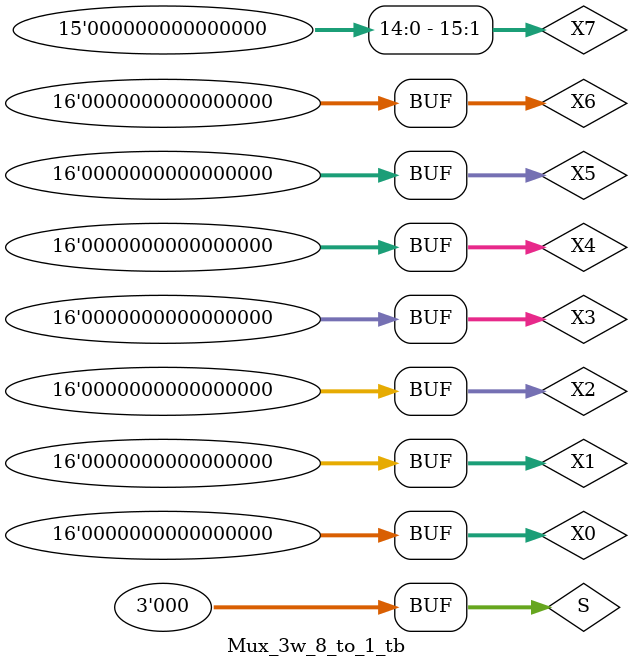
<source format=sv>
/*
	TCES330 Spring 2025
	File Name: Mux_16w_8_to_1.sv
	Project, Simple Processor
	Author: Abduallah Almaroof and Olega Obini 
	Description:
		This module implements a 8-to-1 multiplexer for 16-bit wide inputs.
		It selects one of the eight 16-bit inputs based on a 3-bit select signal.
		The output is the selected input based on the value of the select signal.
*/

module Mux_16w_8_to_1 (S, X0, X1, X2, X3, X4, X5, X6, X7, M);
    input [2:0] S;
    input logic [15:0] X0, X1, X2, X3, X4, X5, X6, X7;
    output logic [15:0] M;

	always @* begin
		case(S)
    	3'd0: M = X0;
        3'd1: M = X1;
        3'd2: M = X2; 
		3'd3: M = X3;
		3'd4: M = X4;
		3'd5: M = X5;
		3'd6: M = X6;
		3'd7: M = X7;
		default: M = 3'b111;
		endcase
	end
endmodule

module Mux_3w_8_to_1_tb;

	logic [2:0] S;
    logic [15:0] X0, X1, X2, X3, X4, X5, X6, X7;
    logic [15:0] M;

	Mux_16w_8_to_1 DUT (.M(M),.S(S),.X0(X0),.X1(X1),.X2(X2),.X3(X3),.X4(X4),.X5(X5),.X6(X6),.X7(X7));

	initial begin

		S =3'd0 ; X0 = 3'd0; X1 = 3'd1; X2 = 3'd2; X3 = 3'd3; X4 = 3'd4; X5 = 3'd5; X6 = 3'd6 ; X7 = 3'd7; #10;
		S =3'd1 ; X0 = 3'd0; X1 = 3'd1; X2 = 3'd2; X3 = 3'd3; X4 = 3'd4; X5 = 3'd5; X6 = 3'd6 ; X7 = 3'd7; #10;
		S =3'd2 ; X0 = 3'd0; X1 = 3'd1; X2 = 3'd2; X3 = 3'd3; X4 = 3'd4; X5 = 3'd5; X6 = 3'd6 ; X7 = 3'd7; #10;
		S =3'd3 ; X0 = 3'd0; X1 = 3'd1; X2 = 3'd2; X3 = 3'd3; X4 = 3'd4; X5 = 3'd5; X6 = 3'd6 ; X7 = 3'd7; #10;
		S =3'd4 ; X0 = 3'd0; X1 = 3'd1; X2 = 3'd2; X3 = 3'd3; X4 = 3'd4; X5 = 3'd5; X6 = 3'd6 ; X7 = 3'd7; #10;
		S =3'd5 ; X0 = 3'd0; X1 = 3'd1; X2 = 3'd2; X3 = 3'd3; X4 = 3'd4; X5 = 3'd5; X6 = 3'd6 ; X7 = 3'd7; #10;
		S =3'd6 ; X0 = 3'd0; X1 = 3'd1; X2 = 3'd2; X3 = 3'd3; X4 = 3'd4; X5 = 3'd5; X6 = 3'd6 ; X7 = 3'd7; #10;
		S =3'd7 ; X0 = 3'd0; X1 = 3'd1; X2 = 3'd2; X3 = 3'd3; X4 = 3'd4; X5 = 3'd5; X6 = 3'd6 ; X7 = 3'd7; #10;

		for(int i =0; i <9; i++) begin

			{S,X0,X1, X2, X3, X4, X5, X6, X7} = $random; #10;
		end
	end
endmodule
</source>
